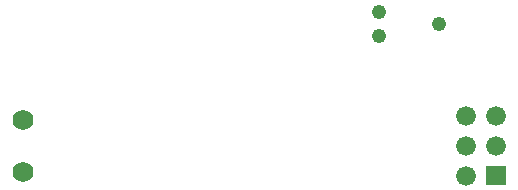
<source format=gbr>
G04 start of page 8 for group -4062 idx -4062 *
G04 Title: (unknown), soldermask *
G04 Creator: pcb 20140316 *
G04 CreationDate: Thu 30 Aug 2018 07:28:31 PM GMT UTC *
G04 For: railfan *
G04 Format: Gerber/RS-274X *
G04 PCB-Dimensions (mil): 1875.00 1000.00 *
G04 PCB-Coordinate-Origin: lower left *
%MOIN*%
%FSLAX25Y25*%
%LNBOTTOMMASK*%
%ADD70C,0.0693*%
%ADD69C,0.0001*%
%ADD68C,0.0490*%
%ADD67C,0.0660*%
G54D67*X182000Y60000D03*
X172000D03*
G54D68*X163000Y90500D03*
G54D69*G36*
X178700Y43300D02*Y36700D01*
X185300D01*
Y43300D01*
X178700D01*
G37*
G54D67*X182000Y50000D03*
X172000Y40000D03*
Y50000D03*
G54D68*X143000Y86500D03*
Y94500D03*
G54D70*X24122Y58661D03*
Y41339D03*
M02*

</source>
